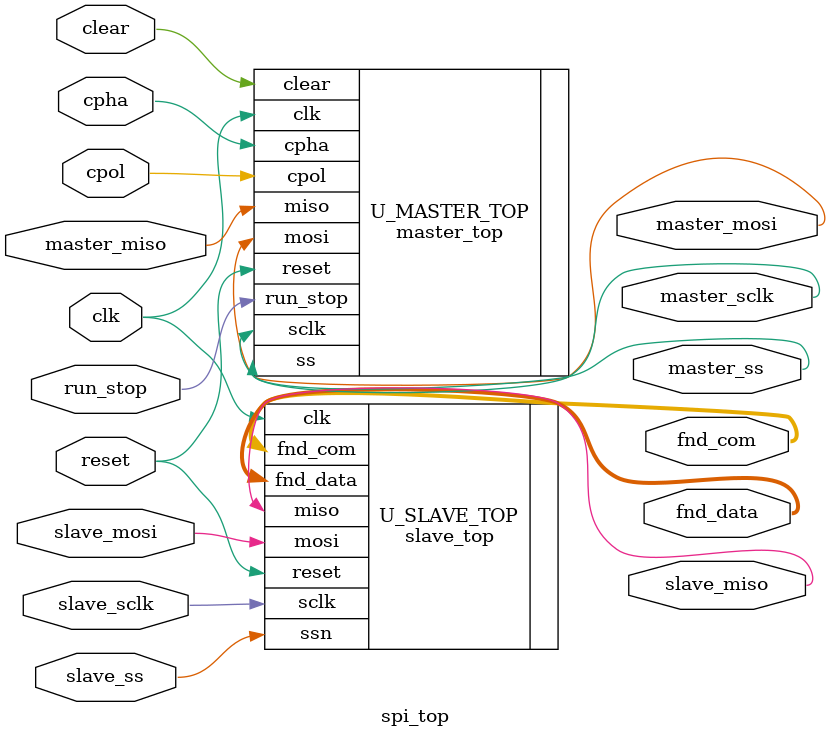
<source format=sv>
`timescale 1ns / 1ps

module spi_top (
    input  logic       clk,
    input  logic       reset,
    input  logic       run_stop,
    input  logic       clear,
    input  logic       cpol,
    input  logic       cpha,
    input  logic       master_miso,
    output logic       master_ss,
    output logic       master_sclk,
    output logic       master_mosi,
    ////////////
    output  logic       slave_miso,
    input  logic       slave_ss,
    input  logic       slave_sclk,
    input  logic       slave_mosi,
    output logic [7:0] fnd_data,
    output logic [3:0] fnd_com
);

    
    master_top U_MASTER_TOP (
        .clk     (clk),
        .reset   (reset),
        .run_stop(run_stop),
        .clear   (clear),
        .cpol    (cpol),
        .cpha    (cpha),
        .ss      (master_ss),
        .sclk    (master_sclk),
        .mosi    (master_mosi),
        .miso    (master_miso)
    );

    slave_top U_SLAVE_TOP (
        .clk              (clk),
        .reset            (reset),
        .sclk             (slave_sclk),
        .mosi             (slave_mosi),
        .miso             (slave_miso),
        .ssn              (slave_ss),
        .fnd_data         (fnd_data),
        .fnd_com          (fnd_com)
    );


endmodule

</source>
